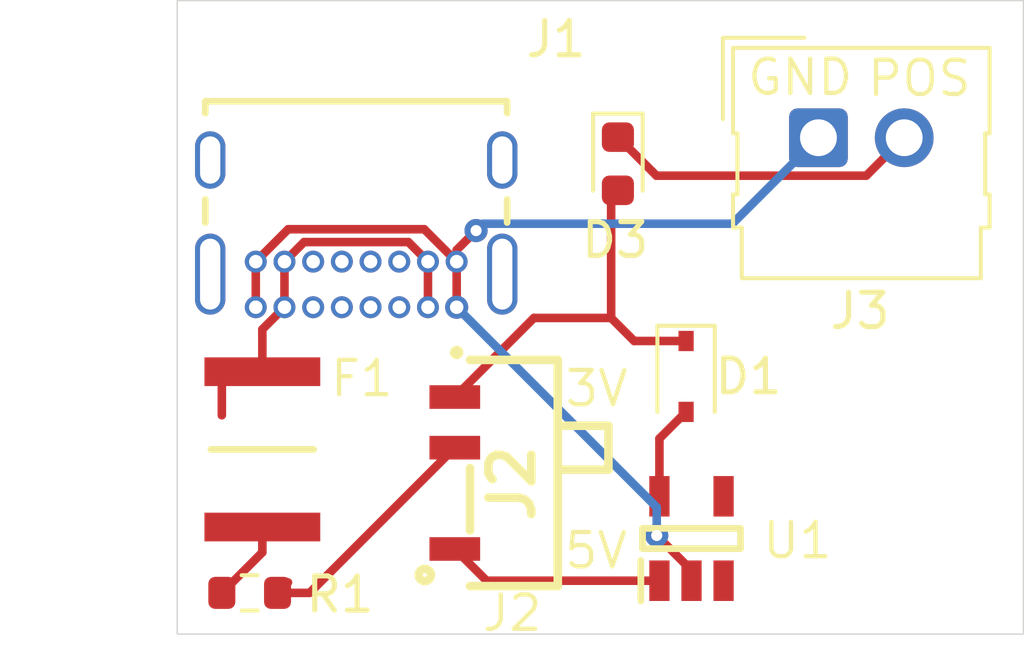
<source format=kicad_pcb>
(kicad_pcb (version 20211014) (generator pcbnew)
  (layers (0 "F.Cu" signal) (31 "B.Cu" signal) (34 "B.Paste" user) (35 "F.Paste" user) (36 "B.SilkS" user "B.Silkscreen") (37 "F.SilkS" user "F.Silkscreen") (38 "B.Mask" user) (39 "F.Mask" user) (44 "Edge.Cuts" user))
  (net 0 "")
  (net 9 "Net-(J1-PadS1)")
  (net 10 "GND")
  (net 13 "Net-(D1-Pad2)")
  (net 14 "Net-(J2-Pad3)")
  (net 15 "Net-(F1-Pad1)")
  (net 16 "Net-(F1-Pad2)")
  (net 17 "Net-(J2-Pad1)")
  (net 18 "Net-(J2-Pad2)")
  (net 19 "Net-(D3-Pad1)")
  (footprint "Connector_Molex:Molex_SL_171971-0002_1x02_P2.54mm_Vertical" (layer "F.Cu") (at 182.22 96.02)
    (fp_text reference "J3" (at 1.23 5.13) (layer "F.SilkS") (effects (font (size 1.016 1.016))))
    (fp_text value "Conn_01x02_Male" hide)
    (fp_line (start 4.81 2.66) (end 5.07 2.66) (layer "F.SilkS") (width 0.12))
    (fp_line (start 5.07 2.66) (end 5.07 1.68) (layer "F.SilkS") (width 0.12))
    (fp_line (start -2.27 4.16) (end 4.81 4.16) (layer "F.SilkS") (width 0.12))
    (fp_line (start -2.4 1.68) (end -2.53 1.68) (layer "F.SilkS") (width 0.12))
    (fp_line (start -2.83 -0.55) (end -2.83 -2.96) (layer "F.SilkS") (width 0.12))
    (fp_line (start 4.94 1.68) (end 4.94 -0.13) (layer "F.SilkS") (width 0.12))
    (fp_line (start -2.27 2.66) (end -2.27 4.16) (layer "F.SilkS") (width 0.12))
    (fp_line (start 5.07 -2.66) (end -2.53 -2.66) (layer "F.SilkS") (width 0.12))
    (fp_line (start -2.53 -2.66) (end -2.53 -0.13) (layer "F.SilkS") (width 0.12))
    (fp_line (start -2.53 1.68) (end -2.53 2.66) (layer "F.SilkS") (width 0.12))
    (fp_line (start 5.07 1.68) (end 4.94 1.68) (layer "F.SilkS") (width 0.12))
    (fp_line (start -2.53 -0.13) (end -2.4 -0.13) (layer "F.SilkS") (width 0.12))
    (fp_line (start -2.53 2.66) (end -2.27 2.66) (layer "F.SilkS") (width 0.12))
    (fp_line (start 4.94 -0.13) (end 5.07 -0.13) (layer "F.SilkS") (width 0.12))
    (fp_line (start -2.83 -2.96) (end -0.42 -2.96) (layer "F.SilkS") (width 0.12))
    (fp_line (start 4.81 4.16) (end 4.81 2.66) (layer "F.SilkS") (width 0.12))
    (fp_line (start 5.07 -0.13) (end 5.07 -2.66) (layer "F.SilkS") (width 0.12))
    (fp_line (start -2.4 -0.13) (end -2.4 1.68) (layer "F.SilkS") (width 0.12))
    (pad "1" thru_hole roundrect (at 0 0) (size 1.74 1.74) (drill 1.09) (layers *.Cu *.Mask) (roundrect_rratio 0.143678) (net 10 "GND"))
    (pad "2" thru_hole circle (at 2.54 0) (size 1.74 1.74) (drill 1.09) (layers *.Cu *.Mask) (net 19 "Net-(D3-Pad1)"))
  )
  (footprint "hcipcb23:GCT_USB4085-GF-A" (layer "F.Cu") (at 168.53 96.68 180)
    (fp_text reference "J1" (at -5.92 3.58) (layer "F.SilkS") (effects (font (size 1.016 1.016) (thickness 0.1524))))
    (fp_text value "USB4085-GF-A" hide)
    (fp_line (start -4.47 1.39) (end -4.47 1.74) (layer "F.SilkS") (width 0.2))
    (fp_line (start -4.47 1.74) (end 4.47 1.74) (layer "F.SilkS") (width 0.2))
    (fp_line (start 4.47 -1.85) (end 4.47 -1.17) (layer "F.SilkS") (width 0.2))
    (fp_line (start -4.47 -1.85) (end -4.47 -1.17) (layer "F.SilkS") (width 0.2))
    (fp_line (start 4.47 1.74) (end 4.47 1.39) (layer "F.SilkS") (width 0.2))
    (fp_circle (center -2.975 -5.7) (end -2.875 -5.7) (layer "F.SilkS") (width 0.2) (fill none))
    (pad "A1" thru_hole circle (at -2.975 -4.36 180) (size 0.65 0.65) (drill 0.4) (layers *.Cu *.Mask) (net 10 "GND"))
    (pad "A4" thru_hole circle (at -2.125 -4.36 180) (size 0.65 0.65) (drill 0.4) (layers *.Cu *.Mask) (net 15 "Net-(F1-Pad1)"))
    (pad "A5" thru_hole circle (at -1.275 -4.36 180) (size 0.65 0.65) (drill 0.4) (layers *.Cu *.Mask))
    (pad "A6" thru_hole circle (at -0.425 -4.36 180) (size 0.65 0.65) (drill 0.4) (layers *.Cu *.Mask))
    (pad "A7" thru_hole circle (at 0.425 -4.36 180) (size 0.65 0.65) (drill 0.4) (layers *.Cu *.Mask))
    (pad "A8" thru_hole circle (at 1.275 -4.36 180) (size 0.65 0.65) (drill 0.4) (layers *.Cu *.Mask))
    (pad "A9" thru_hole circle (at 2.125 -4.36 180) (size 0.65 0.65) (drill 0.4) (layers *.Cu *.Mask) (net 15 "Net-(F1-Pad1)"))
    (pad "A12" thru_hole circle (at 2.975 -4.36 180) (size 0.65 0.65) (drill 0.4) (layers *.Cu *.Mask) (net 10 "GND"))
    (pad "B1" thru_hole circle (at 2.975 -3.01 180) (size 0.65 0.65) (drill 0.4) (layers *.Cu *.Mask) (net 10 "GND"))
    (pad "B4" thru_hole circle (at 2.125 -3.01 180) (size 0.65 0.65) (drill 0.4) (layers *.Cu *.Mask) (net 15 "Net-(F1-Pad1)"))
    (pad "B5" thru_hole circle (at 1.275 -3.01 180) (size 0.65 0.65) (drill 0.4) (layers *.Cu *.Mask))
    (pad "B6" thru_hole circle (at 0.425 -3.01 180) (size 0.65 0.65) (drill 0.4) (layers *.Cu *.Mask))
    (pad "B7" thru_hole circle (at -0.425 -3.01 180) (size 0.65 0.65) (drill 0.4) (layers *.Cu *.Mask))
    (pad "B8" thru_hole circle (at -1.275 -3.01 180) (size 0.65 0.65) (drill 0.4) (layers *.Cu *.Mask))
    (pad "B9" thru_hole circle (at -2.125 -3.01 180) (size 0.65 0.65) (drill 0.4) (layers *.Cu *.Mask) (net 15 "Net-(F1-Pad1)"))
    (pad "B12" thru_hole circle (at -2.975 -3.01 180) (size 0.65 0.65) (drill 0.4) (layers *.Cu *.Mask) (net 10 "GND"))
    (pad "S1" thru_hole oval (at -4.325 0 180) (size 0.9 1.7) (drill oval 0.6 1.4) (layers *.Cu *.Mask) (net 9 "Net-(J1-PadS1)"))
    (pad "S2" thru_hole oval (at 4.325 0 180) (size 0.9 1.7) (drill oval 0.6 1.4) (layers *.Cu *.Mask) (net 9 "Net-(J1-PadS1)"))
    (pad "S3" thru_hole oval (at -4.325 -3.38 180) (size 0.9 2.4) (drill oval 0.6 2.1) (layers *.Cu *.Mask) (net 9 "Net-(J1-PadS1)"))
    (pad "S4" thru_hole oval (at 4.325 -3.38 180) (size 0.9 2.4) (drill oval 0.6 2.1) (layers *.Cu *.Mask) (net 9 "Net-(J1-PadS1)"))
  )
  (footprint "Resistor_SMD:R_0603_1608Metric" (layer "F.Cu") (at 165.375 109.5)
    (fp_text reference "R1" (at 2.675 0.05 180) (layer "F.SilkS") (effects (font (size 1.016 1.016))))
    (fp_text value "R")
    (fp_line (start -0.237258 0.5225) (end 0.237258 0.5225) (layer "F.SilkS") (width 0.12))
    (fp_line (start -0.237258 -0.5225) (end 0.237258 -0.5225) (layer "F.SilkS") (width 0.12))
    (pad "1" smd roundrect (at -0.825 0) (size 0.8 0.95) (layers "F.Cu" "F.Paste" "F.Mask") (net 16 "Net-(F1-Pad2)"))
    (pad "2" smd roundrect (at 0.825 0) (size 0.8 0.95) (layers "F.Cu" "F.Paste" "F.Mask") (net 18 "Net-(J2-Pad2)"))
  )
  (footprint "hcipcb23:SSSS810701" (layer "F.Cu") (at 171.45 105.2 90)
    (fp_text reference "J2" (at -1.05567 1.691 90) (layer "F.SilkS") (effects (font (size 1.27 1.27) (thickness 0.254))))
    (fp_text value "SSSS810701" hide)
    (fp_line (start 0.65 4.55) (end 0.65 3.05) (layer "F.SilkS") (width 0.254))
    (fp_line (start -0.65 4.55) (end 0.65 4.55) (layer "F.SilkS") (width 0.254))
    (fp_line (start 2.6 3.05) (end -4.1 3.05) (layer "F.SilkS") (width 0.254))
    (fp_line (start 2.6 0.45) (end 2.6 3.05) (layer "F.SilkS") (width 0.254))
    (fp_line (start -4.1 3.05) (end -4.1 0.45) (layer "F.SilkS") (width 0.254))
    (fp_line (start -0.65 3.05) (end -0.65 4.55) (layer "F.SilkS") (width 0.254))
    (fp_line (start -2.45367 0.45) (end -0.60467 0.45) (layer "F.SilkS") (width 0.254))
    (fp_circle (center -3.77033 -0.88867) (end -3.77033 -0.83467) (layer "F.SilkS") (width 0.254) (fill none))
    (pad "" np_thru_hole circle (at 0.75 1.75 90) (size 0.9 0.9) (drill 0.9) (layers *.Cu *.Mask))
    (pad "" np_thru_hole circle (at -2.25 1.75 90) (size 0.9 0.9) (drill 0.9) (layers *.Cu *.Mask))
    (pad "1" smd rect (at -3 0 90) (size 0.7 1.5) (layers "F.Cu" "F.Paste" "F.Mask") (net 17 "Net-(J2-Pad1)"))
    (pad "2" smd rect (at 0 0 90) (size 0.7 1.5) (layers "F.Cu" "F.Paste" "F.Mask") (net 18 "Net-(J2-Pad2)"))
    (pad "3" smd rect (at 1.5 0 90) (size 0.7 1.5) (layers "F.Cu" "F.Paste" "F.Mask") (net 14 "Net-(J2-Pad3)"))
  )
  (footprint "hcipcb23:SOT95P280X145-5N" (layer "F.Cu") (at 178.46 107.89 90)
    (fp_text reference "U1" (at -0.06 3.14) (layer "F.SilkS") (effects (font (size 1.016 1.016) (thickness 0.127))))
    (fp_text value "TLV73333PQDBVRQ1" hide)
    (fp_line (start -0.3 1.45) (end -0.3 -1.45) (layer "F.SilkS") (width 0.2))
    (fp_line (start 0.3 1.45) (end -0.3 1.45) (layer "F.SilkS") (width 0.2))
    (fp_line (start 0.3 -1.45) (end 0.3 1.45) (layer "F.SilkS") (width 0.2))
    (fp_line (start -0.3 -1.45) (end 0.3 -1.45) (layer "F.SilkS") (width 0.2))
    (fp_line (start -1.85 -1.5) (end -0.65 -1.5) (layer "F.SilkS") (width 0.2))
    (pad "1" smd rect (at -1.25 -0.95 180) (size 0.6 1.2) (layers "F.Cu" "F.Paste" "F.Mask") (net 17 "Net-(J2-Pad1)"))
    (pad "2" smd rect (at -1.25 0 180) (size 0.6 1.2) (layers "F.Cu" "F.Paste" "F.Mask") (net 10 "GND"))
    (pad "3" smd rect (at -1.25 0.95 180) (size 0.6 1.2) (layers "F.Cu" "F.Paste" "F.Mask"))
    (pad "4" smd rect (at 1.25 0.95 180) (size 0.6 1.2) (layers "F.Cu" "F.Paste" "F.Mask"))
    (pad "5" smd rect (at 1.25 -0.95 180) (size 0.6 1.2) (layers "F.Cu" "F.Paste" "F.Mask") (net 13 "Net-(D1-Pad2)"))
  )
  (footprint "Diode_SMD:D_SOD-323" (layer "F.Cu") (at 178.3 103.09 -90)
    (fp_text reference "D1" (at 0 -1.85 180) (layer "F.SilkS"))
    (fp_text value "1N4148WS" hide)
    (fp_line (start -1.5 -0.85) (end 1.05 -0.85) (layer "F.SilkS") (width 0.12))
    (fp_line (start -1.5 0.85) (end 1.05 0.85) (layer "F.SilkS") (width 0.12))
    (fp_line (start -1.5 -0.85) (end -1.5 0.85) (layer "F.SilkS") (width 0.12))
    (pad "1" smd rect (at -1.05 0 270) (size 0.6 0.45) (layers "F.Cu" "F.Paste" "F.Mask") (net 14 "Net-(J2-Pad3)"))
    (pad "2" smd rect (at 1.05 0 270) (size 0.6 0.45) (layers "F.Cu" "F.Paste" "F.Mask") (net 13 "Net-(D1-Pad2)"))
  )
  (footprint "hcipcb23:FUSC4632X85N" (layer "F.Cu") (at 165.75 105.25 -90)
    (fp_text reference "F1" (at -2.1 -2.95 180) (layer "F.SilkS") (effects (font (size 1.016 1.016) (thickness 0.127))))
    (fp_text value "MF-MSMF050-2" hide)
    (fp_line (start 0 -1.52) (end 0 1.52) (layer "F.SilkS") (width 0.2))
    (pad "1" smd rect (at -2.3 0 270) (size 0.85 3.43) (layers "F.Cu" "F.Paste" "F.Mask") (net 15 "Net-(F1-Pad1)"))
    (pad "2" smd rect (at 2.3 0 270) (size 0.85 3.43) (layers "F.Cu" "F.Paste" "F.Mask") (net 16 "Net-(F1-Pad2)"))
  )
  (footprint "LED_SMD:LED_0603_1608Metric" (layer "F.Cu") (at 176.28 96.79 -90)
    (fp_text reference "D3" (at 2.26 0.08 180) (layer "F.SilkS"))
    (fp_text value "LED")
    (fp_line (start -1.485 0.735) (end 0.8 0.735) (layer "F.SilkS") (width 0.12))
    (fp_line (start 0.8 -0.735) (end -1.485 -0.735) (layer "F.SilkS") (width 0.12))
    (fp_line (start -1.485 -0.735) (end -1.485 0.735) (layer "F.SilkS") (width 0.12))
    (pad "1" smd roundrect (at -0.7875 0 270) (size 0.875 0.95) (layers "F.Cu" "F.Paste" "F.Mask") (net 19 "Net-(D3-Pad1)"))
    (pad "2" smd roundrect (at 0.7875 0 270) (size 0.875 0.95) (layers "F.Cu" "F.Paste" "F.Mask") (net 14 "Net-(J2-Pad3)"))
  )
  (gr_rect (start 163.23 91.96) (end 188.29 110.72) (layer "Edge.Cuts") (width 0.0381) (fill none))
  (gr_text "POS" (at 185.21 94.26) (layer "F.SilkS") (effects (font (size 1.016 1.016) (thickness 0.127))))
  (gr_text "J2" (at 173.15 110.1) (layer "F.SilkS") (effects (font (size 1.016 1.016) (thickness 0.127))))
  (gr_text "3V" (at 175.65 103.45) (layer "F.SilkS") (effects (font (size 1.016 1.016) (thickness 0.127))))
  (gr_text "GND" (at 181.68 94.23) (layer "F.SilkS") (effects (font (size 1.016 1.016) (thickness 0.127))))
  (gr_text "5V" (at 175.63 108.25) (layer "F.SilkS") (effects (font (size 1.016 1.016) (thickness 0.127))))
  (segment (start 171.505 99.345) (end 172.08 98.77) (width 0.254) (layer "F.Cu") (net 10))
  (segment (start 165.555 101.04) (end 165.555 99.69) (width 0.254) (layer "F.Cu") (net 10))
  (segment (start 170.545 98.73) (end 166.515 98.73) (width 0.254) (layer "F.Cu") (net 10))
  (segment (start 171.505 99.69) (end 171.505 99.345) (width 0.254) (layer "F.Cu") (net 10))
  (segment (start 178.46 109.14) (end 178.46 108.83) (width 0.254) (layer "F.Cu") (net 10))
  (segment (start 178.46 108.83) (end 177.43 107.8) (width 0.254) (layer "F.Cu") (net 10))
  (segment (start 166.515 98.73) (end 165.555 99.69) (width 0.254) (layer "F.Cu") (net 10))
  (segment (start 182.22 96.02) (end 181.836 95.636) (width 0.254) (layer "F.Cu") (net 10))
  (segment (start 171.505 99.69) (end 170.545 98.73) (width 0.254) (layer "F.Cu") (net 10))
  (segment (start 171.505 101.04) (end 171.505 99.69) (width 0.254) (layer "F.Cu") (net 10))
  (via (at 177.43 107.8) (size 0.6858) (drill 0.3302) (layers "F.Cu" "B.Cu") (net 10))
  (via (at 172.08 98.77) (size 0.6858) (drill 0.3302) (layers "F.Cu" "B.Cu") (net 10))
  (via (at 171.505 101.04) (size 0.6858) (drill 0.3302) (layers "F.Cu" "B.Cu") (net 10))
  (segment (start 172.2831 98.5669) (end 179.6731 98.5669) (width 0.254) (layer "B.Cu") (net 10))
  (segment (start 177.43 107.8) (end 177.43 106.965) (width 0.254) (layer "B.Cu") (net 10))
  (segment (start 177.43 106.965) (end 171.505 101.04) (width 0.254) (layer "B.Cu") (net 10))
  (segment (start 179.6731 98.5669) (end 182.22 96.02) (width 0.254) (layer "B.Cu") (net 10))
  (segment (start 172.08 98.77) (end 172.2831 98.5669) (width 0.254) (layer "B.Cu") (net 10))
  (segment (start 177.51 104.93) (end 178.3 104.14) (width 0.254) (layer "F.Cu") (net 13))
  (segment (start 177.51 106.64) (end 177.51 104.93) (width 0.254) (layer "F.Cu") (net 13))
  (segment (start 178.3 102.04) (end 176.7625 102.04) (width 0.254) (layer "F.Cu") (net 14))
  (segment (start 176.7625 102.04) (end 176.08 101.3575) (width 0.254) (layer "F.Cu") (net 14))
  (segment (start 171.45 103.7) (end 173.7925 101.3575) (width 0.254) (layer "F.Cu") (net 14))
  (segment (start 176.08 101.3575) (end 176.08 97.7775) (width 0.254) (layer "F.Cu") (net 14))
  (segment (start 173.7925 101.3575) (end 176.08 101.3575) (width 0.254) (layer "F.Cu") (net 14))
  (segment (start 176.08 97.7775) (end 176.28 97.5775) (width 0.254) (layer "F.Cu") (net 14))
  (segment (start 164.55 104.24) (end 164.55 102.895) (width 0.254) (layer "F.Cu") (net 15))
  (segment (start 166.984 99.111) (end 170.076 99.111) (width 0.254) (layer "F.Cu") (net 15))
  (segment (start 165.75 102.95) (end 165.75 101.695) (width 0.254) (layer "F.Cu") (net 15))
  (segment (start 166.405 99.69) (end 166.984 99.111) (width 0.254) (layer "F.Cu") (net 15))
  (segment (start 166.405 101.04) (end 166.405 99.69) (width 0.254) (layer "F.Cu") (net 15))
  (segment (start 170.655 101.04) (end 170.655 99.69) (width 0.254) (layer "F.Cu") (net 15))
  (segment (start 165.75 101.695) (end 166.405 101.04) (width 0.254) (layer "F.Cu") (net 15))
  (segment (start 170.076 99.111) (end 170.655 99.69) (width 0.254) (layer "F.Cu") (net 15))
  (segment (start 165.75 107.55) (end 165.75 108.3) (width 0.254) (layer "F.Cu") (net 16))
  (segment (start 165.75 108.3) (end 164.55 109.5) (width 0.254) (layer "F.Cu") (net 16))
  (segment (start 171.45 108.2) (end 172.39 109.14) (width 0.254) (layer "F.Cu") (net 17))
  (segment (start 172.39 109.14) (end 177.51 109.14) (width 0.254) (layer "F.Cu") (net 17))
  (segment (start 166.51 109.19) (end 166.2 109.5) (width 0.254) (layer "F.Cu") (net 18))
  (segment (start 166.2 109.5) (end 167.15 109.5) (width 0.254) (layer "F.Cu") (net 18))
  (segment (start 167.15 109.5) (end 171.45 105.2) (width 0.254) (layer "F.Cu") (net 18))
  (segment (start 177.4215 97.144) (end 183.636 97.144) (width 0.254) (layer "F.Cu") (net 19))
  (segment (start 176.28 96.0025) (end 177.4215 97.144) (width 0.254) (layer "F.Cu") (net 19))
  (segment (start 183.636 97.144) (end 184.76 96.02) (width 0.254) (layer "F.Cu") (net 19))
)
</source>
